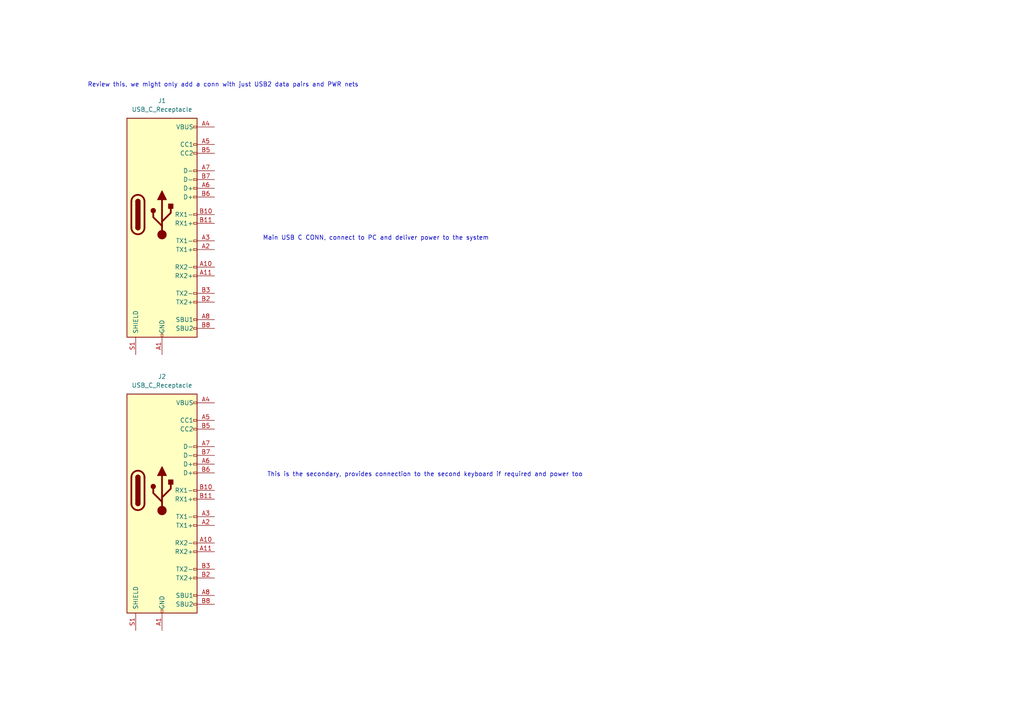
<source format=kicad_sch>
(kicad_sch (version 20230121) (generator eeschema)
  (paper "A4")
  (lib_symbols
    (symbol "Connector:USB_C_Receptacle" (pin_names (offset 1.016))
      (property "Reference" "J" (at -10.16 29.21 0))
      (property "Value" "USB_C_Receptacle" (at 10.16 29.21 0))
      (symbol "USB_C_Receptacle_0_0"
        (rectangle (start -0.254 -35.56) (end 0.254 -34.544))
        (rectangle (start 10.16 -32.766) (end 9.144 -33.274))
        (rectangle (start 10.16 -30.226) (end 9.144 -30.734))
        (rectangle (start 10.16 -25.146) (end 9.144 -25.654))
        (rectangle (start 10.16 -22.606) (end 9.144 -23.114))
        (rectangle (start 10.16 -17.526) (end 9.144 -18.034))
        (rectangle (start 10.16 -14.986) (end 9.144 -15.494))
        (rectangle (start 10.16 -9.906) (end 9.144 -10.414))
        (rectangle (start 10.16 -7.366) (end 9.144 -7.874))
        (rectangle (start 10.16 -2.286) (end 9.144 -2.794))
        (rectangle (start 10.16 0.254) (end 9.144 -0.254))
        (rectangle (start 10.16 5.334) (end 9.144 4.826))
        (rectangle (start 10.16 7.874) (end 9.144 7.366))
        (rectangle (start 10.16 10.414) (end 9.144 9.906))
        (rectangle (start 10.16 12.954) (end 9.144 12.446))
        (rectangle (start 10.16 18.034) (end 9.144 17.526))
        (rectangle (start 10.16 20.574) (end 9.144 20.066))
        (rectangle (start 10.16 25.654) (end 9.144 25.146))
      )
      (symbol "USB_C_Receptacle_0_1"
        (rectangle (start -10.16 27.94) (end 10.16 -35.56) (stroke (width 0.254)) (fill (type background)))
        (arc (start -8.89 -3.81) (mid -6.985 -5.7067) (end -5.08 -3.81) (stroke (width 0.508)))
        (arc (start -7.62 -3.81) (mid -6.985 -4.4423) (end -6.35 -3.81) (stroke (width 0.254)))
        (arc (start -7.62 -3.81) (mid -6.985 -4.4423) (end -6.35 -3.81) (stroke (width 0.254)) (fill (type outline)))
        (rectangle (start -7.62 -3.81) (end -6.35 3.81) (stroke (width 0.254)) (fill (type outline)))
        (arc (start -6.35 3.81) (mid -6.985 4.4423) (end -7.62 3.81) (stroke (width 0.254)))
        (arc (start -6.35 3.81) (mid -6.985 4.4423) (end -7.62 3.81) (stroke (width 0.254)) (fill (type outline)))
        (arc (start -5.08 3.81) (mid -6.985 5.7067) (end -8.89 3.81) (stroke (width 0.508)))
        (polyline (pts (xy -8.89 -3.81) (xy -8.89 3.81)) (stroke (width 0.508)))
        (polyline (pts (xy -5.08 3.81) (xy -5.08 -3.81)) (stroke (width 0.508)))
      )
      (symbol "USB_C_Receptacle_1_1"
        (circle (center -2.54 1.143) (radius 0.635) (stroke (width 0.254)) (fill (type outline)))
        (circle (center 0 -5.842) (radius 1.27) (fill (type outline)))
        (polyline (pts (xy 0 -5.842) (xy 0 4.318)) (stroke (width 0.508)))
        (polyline (pts (xy 0 -3.302) (xy -2.54 -0.762) (xy -2.54 0.508)) (stroke (width 0.508)))
        (polyline (pts (xy 0 -2.032) (xy 2.54 0.508) (xy 2.54 1.778)) (stroke (width 0.508)))
        (polyline (pts (xy -1.27 4.318) (xy 0 6.858) (xy 1.27 4.318) (xy -1.27 4.318)) (stroke (width 0.254)) (fill (type outline)))
        (rectangle (start 1.905 1.778) (end 3.175 3.048) (stroke (width 0.254)) (fill (type outline)))
        (pin passive line (at 0 -40.64 90) (length 5.08) (name "GND") (number "A1"))
        (pin bidirectional line (at 15.24 -15.24 180) (length 5.08) (name "RX2-") (number "A10"))
        (pin bidirectional line (at 15.24 -17.78 180) (length 5.08) (name "RX2+") (number "A11"))
        (pin passive line (at 0 -40.64 90) (length 5.08) hide (name "GND") (number "A12"))
        (pin bidirectional line (at 15.24 -10.16 180) (length 5.08) (name "TX1+") (number "A2"))
        (pin bidirectional line (at 15.24 -7.62 180) (length 5.08) (name "TX1-") (number "A3"))
        (pin passive line (at 15.24 25.4 180) (length 5.08) (name "VBUS") (number "A4"))
        (pin bidirectional line (at 15.24 20.32 180) (length 5.08) (name "CC1") (number "A5"))
        (pin bidirectional line (at 15.24 7.62 180) (length 5.08) (name "D+") (number "A6"))
        (pin bidirectional line (at 15.24 12.7 180) (length 5.08) (name "D-") (number "A7"))
        (pin bidirectional line (at 15.24 -30.48 180) (length 5.08) (name "SBU1") (number "A8"))
        (pin passive line (at 15.24 25.4 180) (length 5.08) hide (name "VBUS") (number "A9"))
        (pin passive line (at 0 -40.64 90) (length 5.08) hide (name "GND") (number "B1"))
        (pin bidirectional line (at 15.24 0 180) (length 5.08) (name "RX1-") (number "B10"))
        (pin bidirectional line (at 15.24 -2.54 180) (length 5.08) (name "RX1+") (number "B11"))
        (pin passive line (at 0 -40.64 90) (length 5.08) hide (name "GND") (number "B12"))
        (pin bidirectional line (at 15.24 -25.4 180) (length 5.08) (name "TX2+") (number "B2"))
        (pin bidirectional line (at 15.24 -22.86 180) (length 5.08) (name "TX2-") (number "B3"))
        (pin passive line (at 15.24 25.4 180) (length 5.08) hide (name "VBUS") (number "B4"))
        (pin bidirectional line (at 15.24 17.78 180) (length 5.08) (name "CC2") (number "B5"))
        (pin bidirectional line (at 15.24 5.08 180) (length 5.08) (name "D+") (number "B6"))
        (pin bidirectional line (at 15.24 10.16 180) (length 5.08) (name "D-") (number "B7"))
        (pin bidirectional line (at 15.24 -33.02 180) (length 5.08) (name "SBU2") (number "B8"))
        (pin passive line (at 15.24 25.4 180) (length 5.08) hide (name "VBUS") (number "B9"))
        (pin passive line (at -7.62 -40.64 90) (length 5.08) (name "SHIELD") (number "S1"))
      )
    )
  )
  (text "Review this, we might only add a conn with just USB2 data pairs and PWR nets" (at 25.4 25.4 0) (effects (font (size 1.27 1.27)) (justify left bottom)))
  (text "Main USB C CONN, connect to PC and deliver power to the system" (at 76.2 69.85 0) (effects (font (size 1.27 1.27)) (justify left bottom)))
  (text "This is the secondary, provides connection to the second keyboard if required and power too" (at 77.47 138.43 0) (effects (font (size 1.27 1.27)) (justify left bottom)))
  (symbol (lib_id "Connector:USB_C_Receptacle") (at 46.99 142.24 0) (unit 1)
    (property "Reference" "J2" (at 46.99 109.22 0))
    (property "Value" "USB_C_Receptacle" (at 46.99 111.76 0))
    (property "Datasheet" "https://www.usb.org/sites/default/files/documents/usb_type-c.zip" (effects hide))
  )
  (symbol (lib_id "Connector:USB_C_Receptacle") (at 46.99 62.23 0) (unit 1)
    (property "Reference" "J1" (at 46.99 29.21 0))
    (property "Value" "USB_C_Receptacle" (at 46.99 31.75 0))
    (property "Datasheet" "https://www.usb.org/sites/default/files/documents/usb_type-c.zip" (effects hide))
  )
)
</source>
